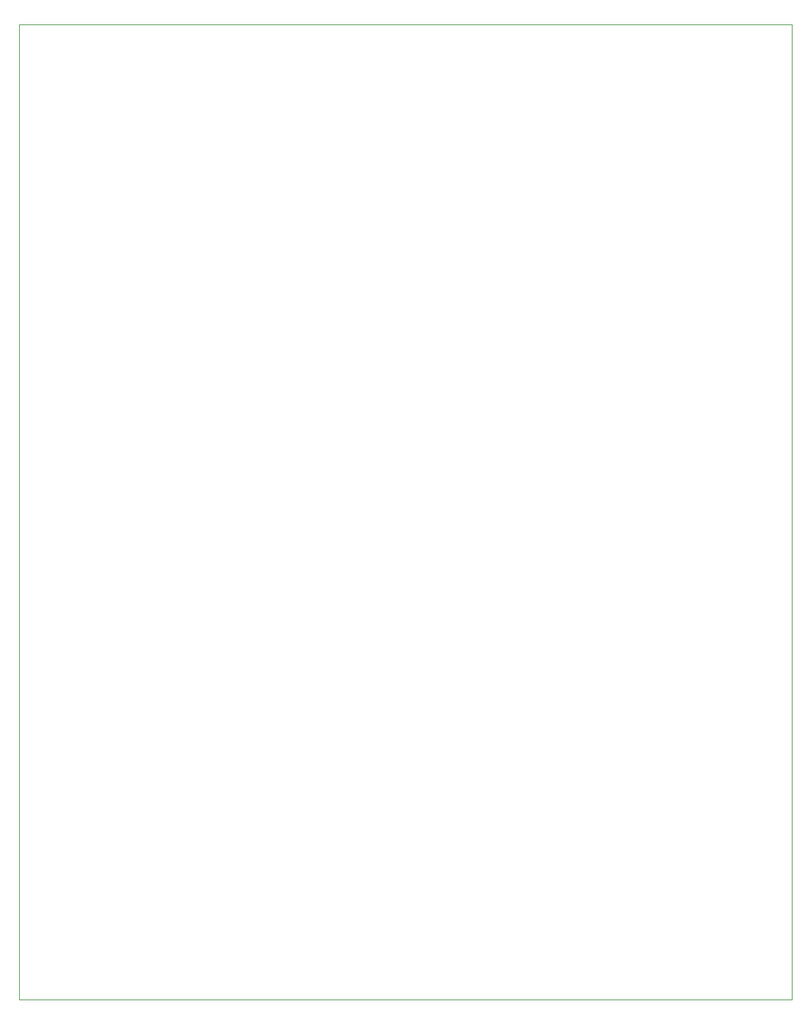
<source format=gbr>
%TF.GenerationSoftware,Altium Limited,Altium Designer,21.8.1 (53)*%
G04 Layer_Color=0*
%FSLAX43Y43*%
%MOMM*%
%TF.SameCoordinates,8EB70333-0A29-48E7-A932-0FA81BCCDE64*%
%TF.FilePolarity,Positive*%
%TF.FileFunction,Profile,NP*%
%TF.Part,Single*%
G01*
G75*
%TA.AperFunction,Profile*%
%ADD47C,0.025*%
D47*
X0Y0D02*
Y125000D01*
X99000D01*
Y0D01*
X0D01*
%TF.MD5,93e68a93dff1a5228da48222d0f07a68*%
M02*

</source>
